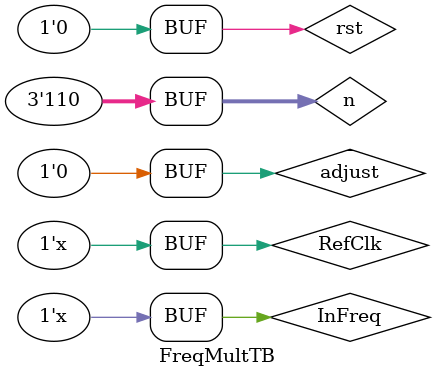
<source format=v>

`timescale 1ps/ 1ps

module FreqMultTB();
  reg RefClk=0,rst=1,adjust=0,InFreq=0;
  reg [2:0]n= 3'b110;   // n=4

  wire OutFreq,done;
  wire [15:0]shiftduration;
	
	FreqMult FrequencyMultiplier(adjust,RefClk,rst,InFreq,n,OutFreq,done,shiftduration);
	

	
	
	initial #30000 rst = 1'b0;
	
	always #3333 RefClk=~RefClk;          // 150Mhz frequency
        
        always #500000 InFreq = ~InFreq;    //1Mhz frequency Freq
	
       initial begin
		#40000 adjust = 1'b1;      // start becomes one
	
		#10000 adjust = 1'b0;      // start becomes ziro
		
		
	end
endmodule 



</source>
